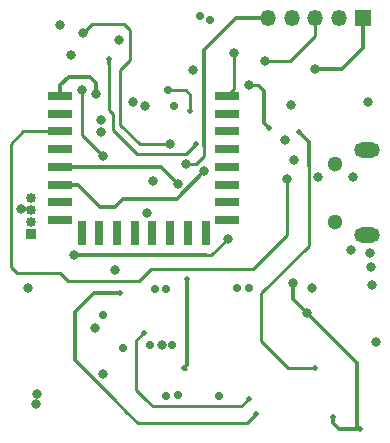
<source format=gbr>
%TF.GenerationSoftware,KiCad,Pcbnew,5.1.9-73d0e3b20d~88~ubuntu20.04.1*%
%TF.CreationDate,2021-02-04T03:58:01+01:00*%
%TF.ProjectId,MorphWatch-STM32,4d6f7270-6857-4617-9463-682d53544d33,rev?*%
%TF.SameCoordinates,Original*%
%TF.FileFunction,Copper,L4,Bot*%
%TF.FilePolarity,Positive*%
%FSLAX46Y46*%
G04 Gerber Fmt 4.6, Leading zero omitted, Abs format (unit mm)*
G04 Created by KiCad (PCBNEW 5.1.9-73d0e3b20d~88~ubuntu20.04.1) date 2021-02-04 03:58:01*
%MOMM*%
%LPD*%
G01*
G04 APERTURE LIST*
%TA.AperFunction,ComponentPad*%
%ADD10O,0.850000X0.850000*%
%TD*%
%TA.AperFunction,ComponentPad*%
%ADD11R,0.850000X0.850000*%
%TD*%
%TA.AperFunction,ComponentPad*%
%ADD12O,1.350000X1.350000*%
%TD*%
%TA.AperFunction,ComponentPad*%
%ADD13R,1.350000X1.350000*%
%TD*%
%TA.AperFunction,ComponentPad*%
%ADD14O,2.200000X1.300000*%
%TD*%
%TA.AperFunction,ComponentPad*%
%ADD15C,1.300000*%
%TD*%
%TA.AperFunction,SMDPad,CuDef*%
%ADD16R,0.800000X2.000000*%
%TD*%
%TA.AperFunction,SMDPad,CuDef*%
%ADD17R,2.000000X0.800000*%
%TD*%
%TA.AperFunction,ViaPad*%
%ADD18C,0.800000*%
%TD*%
%TA.AperFunction,ViaPad*%
%ADD19C,0.700000*%
%TD*%
%TA.AperFunction,ViaPad*%
%ADD20C,0.500000*%
%TD*%
%TA.AperFunction,Conductor*%
%ADD21C,0.300000*%
%TD*%
%TA.AperFunction,Conductor*%
%ADD22C,0.250000*%
%TD*%
G04 APERTURE END LIST*
D10*
%TO.P,J3,4*%
%TO.N,+3V3*%
X121539000Y-84249000D03*
%TO.P,J3,3*%
%TO.N,GND*%
X121539000Y-85249000D03*
%TO.P,J3,2*%
%TO.N,EXTSENSCL*%
X121539000Y-86249000D03*
D11*
%TO.P,J3,1*%
%TO.N,EXTSENSDA*%
X121539000Y-87249000D03*
%TD*%
D12*
%TO.P,J5,5*%
%TO.N,NRST*%
X141606000Y-69024500D03*
%TO.P,J5,4*%
%TO.N,GND*%
X143606000Y-69024500D03*
%TO.P,J5,3*%
%TO.N,TraceSWO*%
X145606000Y-69024500D03*
%TO.P,J5,2*%
%TO.N,SWCLK*%
X147606000Y-69024500D03*
D13*
%TO.P,J5,1*%
%TO.N,swdebug*%
X149606000Y-69024500D03*
%TD*%
D14*
%TO.P,J1,7*%
%TO.N,N/C*%
X149982000Y-80190000D03*
%TO.P,J1,8*%
X149982000Y-87390000D03*
D15*
%TO.P,J1,9*%
X147312000Y-86215000D03*
%TO.P,J1,6*%
X147312000Y-81365000D03*
%TD*%
D16*
%TO.P,U3,16*%
%TO.N,N/C*%
X125814000Y-87187500D03*
%TO.P,U3,15*%
X127314000Y-87187500D03*
%TO.P,U3,14*%
X128814000Y-87187500D03*
%TO.P,U3,13*%
X130314000Y-87187500D03*
%TO.P,U3,12*%
X131814000Y-87187500D03*
%TO.P,U3,11*%
X133314000Y-87187500D03*
%TO.P,U3,10*%
X134814000Y-87187500D03*
D17*
%TO.P,U3,8*%
X138134000Y-86087500D03*
%TO.P,U3,17*%
X123994000Y-86087500D03*
%TO.P,U3,18*%
X123994000Y-84587500D03*
%TO.P,U3,7*%
X138134000Y-84587500D03*
%TO.P,U3,6*%
X138134000Y-83087500D03*
%TO.P,U3,19*%
%TO.N,TXD*%
X123994000Y-83087500D03*
%TO.P,U3,20*%
%TO.N,RXD*%
X123994000Y-81587500D03*
%TO.P,U3,5*%
%TO.N,N/C*%
X138134000Y-81587500D03*
%TO.P,U3,4*%
X138134000Y-80087500D03*
%TO.P,U3,21*%
X123994000Y-80087500D03*
%TO.P,U3,22*%
%TO.N,Wakeup*%
X123994000Y-78587500D03*
%TO.P,U3,3*%
%TO.N,N/C*%
X138134000Y-78587500D03*
%TO.P,U3,2*%
X138134000Y-77087500D03*
%TO.P,U3,23*%
X123994000Y-77087500D03*
%TO.P,U3,24*%
%TO.N,GND*%
X123994000Y-75587500D03*
D16*
%TO.P,U3,9*%
%TO.N,N/C*%
X136314000Y-87187500D03*
D17*
%TO.P,U3,1*%
%TO.N,+3V3*%
X138134000Y-75587500D03*
%TD*%
D18*
%TO.N,*%
X150050500Y-76136500D03*
%TO.N,GND*%
X143562000Y-76390500D03*
X143764000Y-81026000D03*
X148780500Y-82486500D03*
X145859500Y-82486500D03*
X148590000Y-88646000D03*
X145351500Y-91884500D03*
X150749000Y-96393000D03*
D19*
X137477500Y-100965000D03*
X132969000Y-100965000D03*
X132016500Y-91948000D03*
X139001500Y-91884500D03*
D18*
X131381500Y-85534500D03*
X135255000Y-73406000D03*
X127000000Y-75438000D03*
X120713500Y-85153500D03*
X128651000Y-90297000D03*
D19*
X133477000Y-96647000D03*
X131635500Y-96647000D03*
D18*
X127635000Y-99123500D03*
D19*
X129286000Y-96964500D03*
X127635000Y-94170500D03*
D18*
X126936500Y-95250000D03*
X132588000Y-96647000D03*
D19*
X135826500Y-68834000D03*
D18*
X124878500Y-72098500D03*
X130175000Y-76073000D03*
D19*
X133667500Y-76454000D03*
D18*
%TO.N,+3V3*%
X127444500Y-77660500D03*
X131191000Y-76454000D03*
X150368000Y-91567000D03*
X150241000Y-88900000D03*
X150284500Y-90086500D03*
D19*
X133985000Y-100901500D03*
X132969000Y-91948000D03*
X140017500Y-91821000D03*
D18*
X123952000Y-69596000D03*
X128968500Y-70866000D03*
D19*
X136715500Y-69151500D03*
D18*
X138747500Y-71945500D03*
X143002000Y-79311500D03*
X121285000Y-91821000D03*
X127431500Y-78676500D03*
X122047000Y-100838000D03*
X121983500Y-101663500D03*
D20*
%TO.N,VBUS*%
X147066000Y-102806500D03*
X149352000Y-103822500D03*
D18*
X143700500Y-91440000D03*
X144875250Y-93980000D03*
D20*
%TO.N,MOSI*%
X134747000Y-91084400D03*
X134493000Y-98615500D03*
%TO.N,RESE*%
X131064000Y-95631000D03*
X139954000Y-101219000D03*
%TO.N,GDR*%
X129044458Y-92279168D03*
X140589000Y-102489000D03*
%TO.N,+BATT*%
X145605500Y-98615500D03*
X144208500Y-78676500D03*
D18*
%TO.N,Net-(JP1-Pad2)*%
X125970500Y-70217500D03*
X133286500Y-79692500D03*
%TO.N,BATT_STAT*%
X139954000Y-74676000D03*
D20*
X141668500Y-78295500D03*
%TO.N,imuSCL*%
X135001000Y-76835000D03*
D19*
X133159500Y-75120500D03*
D18*
%TO.N,BUT1*%
X125158500Y-89090500D03*
X138176000Y-87693500D03*
%TO.N,BUT2*%
X125857000Y-75120500D03*
X127635000Y-80645000D03*
D20*
%TO.N,INT*%
X135509000Y-79629000D03*
X128143000Y-72453500D03*
D18*
%TO.N,Wakeup*%
X143225490Y-82646490D03*
%TO.N,TXD*%
X136207500Y-81978500D03*
%TO.N,RXD*%
X133985000Y-83058000D03*
%TO.N,swdebug*%
X145605500Y-73279000D03*
%TO.N,TraceSWO*%
X141351000Y-72644000D03*
%TO.N,NRST*%
X131822337Y-82790264D03*
X134682502Y-81343500D03*
%TD*%
D21*
%TO.N,GND*%
X123994000Y-75587500D02*
X123994000Y-74697500D01*
X123994000Y-74697500D02*
X124714000Y-73977500D01*
X124714000Y-73977500D02*
X126492000Y-73977500D01*
X126492000Y-73977500D02*
X127000000Y-74485500D01*
X127000000Y-74485500D02*
X127000000Y-75438000D01*
X121443500Y-85153500D02*
X121539000Y-85249000D01*
X120713500Y-85153500D02*
X121443500Y-85153500D01*
D22*
%TO.N,+3V3*%
X138747500Y-74974000D02*
X138134000Y-75587500D01*
X138747500Y-71945500D02*
X138747500Y-74974000D01*
D21*
%TO.N,VBUS*%
X147066000Y-102806500D02*
X147066000Y-103251000D01*
X147066000Y-103251000D02*
X147637500Y-103822500D01*
X147637500Y-103822500D02*
X149352000Y-103822500D01*
X143700500Y-92805250D02*
X144875250Y-93980000D01*
X143700500Y-91440000D02*
X143700500Y-92805250D01*
X144875250Y-93980000D02*
X149129750Y-98234500D01*
X149129750Y-103600250D02*
X149352000Y-103822500D01*
X149129750Y-98234500D02*
X149129750Y-103600250D01*
D22*
%TO.N,MOSI*%
X134493000Y-98679000D02*
X134620000Y-98679000D01*
D21*
X134747000Y-98361500D02*
X134493000Y-98615500D01*
X134747000Y-91084400D02*
X134747000Y-98361500D01*
D22*
%TO.N,RESE*%
X131826000Y-101854000D02*
X139319000Y-101854000D01*
X139319000Y-101854000D02*
X139954000Y-101219000D01*
X130429000Y-96266000D02*
X130429000Y-100457000D01*
X130429000Y-100457000D02*
X131191000Y-101219000D01*
X131064000Y-95631000D02*
X130429000Y-96266000D01*
X131191000Y-101219000D02*
X131826000Y-101854000D01*
X131064000Y-101092000D02*
X131191000Y-101219000D01*
%TO.N,GDR*%
X139827000Y-103251000D02*
X140589000Y-102489000D01*
X129609009Y-102304009D02*
X130556000Y-103251000D01*
X128524000Y-101219000D02*
X129609009Y-102304009D01*
X130556000Y-103251000D02*
X139827000Y-103251000D01*
D21*
X126873000Y-99568000D02*
X128524000Y-101219000D01*
X129044458Y-92279168D02*
X126859332Y-92279168D01*
X126859332Y-92279168D02*
X125222000Y-93916500D01*
X125222000Y-97917000D02*
X126873000Y-99568000D01*
X125222000Y-93916500D02*
X125222000Y-97917000D01*
D22*
%TO.N,+BATT*%
X143319500Y-98615500D02*
X145605500Y-98615500D01*
X141033500Y-96329500D02*
X143319500Y-98615500D01*
X141033500Y-92265500D02*
X141033500Y-96329500D01*
X145034000Y-88265000D02*
X141033500Y-92265500D01*
X145034000Y-81534000D02*
X145034000Y-88265000D01*
D21*
X145034000Y-79502000D02*
X145034000Y-79692500D01*
X144208500Y-78676500D02*
X145034000Y-79502000D01*
X145034000Y-81534000D02*
X145034000Y-79692500D01*
D22*
%TO.N,Net-(JP1-Pad2)*%
X130746500Y-79692500D02*
X133286500Y-79692500D01*
X129921000Y-72580500D02*
X129095500Y-73406000D01*
X129095500Y-78041500D02*
X130746500Y-79692500D01*
X129921000Y-69977000D02*
X129921000Y-72580500D01*
X129095500Y-73406000D02*
X129095500Y-78041500D01*
X129413000Y-69469000D02*
X129921000Y-69977000D01*
X126719000Y-69469000D02*
X129413000Y-69469000D01*
X125970500Y-70217500D02*
X126719000Y-69469000D01*
%TO.N,BATT_STAT*%
X139954000Y-74676000D02*
X140779500Y-74676000D01*
X140779500Y-74676000D02*
X141287500Y-75184000D01*
D21*
X141287500Y-77914500D02*
X141668500Y-78295500D01*
X141287500Y-75184000D02*
X141287500Y-77914500D01*
D22*
%TO.N,imuSCL*%
X133159500Y-75120500D02*
X134620000Y-75120500D01*
X135001000Y-75501500D02*
X135001000Y-76835000D01*
X134620000Y-75120500D02*
X135001000Y-75501500D01*
%TO.N,BUT1*%
X136334500Y-89090500D02*
X136779000Y-89090500D01*
X136779000Y-89090500D02*
X138176000Y-87693500D01*
D21*
X136334500Y-89090500D02*
X125158500Y-89090500D01*
D22*
%TO.N,BUT2*%
X125857000Y-75120500D02*
X125857000Y-78867000D01*
X125857000Y-78867000D02*
X127635000Y-80645000D01*
D21*
%TO.N,INT*%
X128143000Y-72898000D02*
X128143000Y-72453500D01*
D22*
X134620000Y-80518000D02*
X135509000Y-79629000D01*
X130492500Y-80518000D02*
X134620000Y-80518000D01*
X128460500Y-78486000D02*
X130492500Y-80518000D01*
X128460500Y-77089000D02*
X128460500Y-78486000D01*
X128143000Y-76771500D02*
X128460500Y-77089000D01*
X128143000Y-72898000D02*
X128143000Y-76771500D01*
%TO.N,Wakeup*%
X143225490Y-87343010D02*
X143225490Y-82646490D01*
X140716000Y-89852500D02*
X143225490Y-87343010D01*
X140462000Y-90106500D02*
X140716000Y-89852500D01*
X130683000Y-91249500D02*
X131699000Y-90233500D01*
X124650500Y-91249500D02*
X130683000Y-91249500D01*
X123952000Y-90551000D02*
X124650500Y-91249500D01*
X140335000Y-90233500D02*
X140716000Y-89852500D01*
X120332500Y-90551000D02*
X123952000Y-90551000D01*
X131699000Y-90233500D02*
X140335000Y-90233500D01*
X119821001Y-90039501D02*
X120332500Y-90551000D01*
X119821001Y-79632499D02*
X119821001Y-90039501D01*
X120866000Y-78587500D02*
X119821001Y-79632499D01*
X123994000Y-78587500D02*
X120866000Y-78587500D01*
D21*
%TO.N,TXD*%
X125505500Y-83087500D02*
X123994000Y-83087500D01*
X127381000Y-84963000D02*
X125505500Y-83087500D01*
X136207500Y-81978500D02*
X133889750Y-84296250D01*
X133889750Y-84296250D02*
X129317750Y-84296250D01*
X128651000Y-84963000D02*
X127381000Y-84963000D01*
X129317750Y-84296250D02*
X128651000Y-84963000D01*
%TO.N,RXD*%
X123994000Y-81587500D02*
X132514500Y-81587500D01*
X132514500Y-81587500D02*
X133985000Y-83058000D01*
%TO.N,swdebug*%
X149606000Y-69024500D02*
X149606000Y-71501000D01*
X147828000Y-73279000D02*
X145605500Y-73279000D01*
X149606000Y-71501000D02*
X147828000Y-73279000D01*
D22*
%TO.N,TraceSWO*%
X145606000Y-69024500D02*
X145606000Y-70484500D01*
X145606000Y-70484500D02*
X143446500Y-72644000D01*
X143446500Y-72644000D02*
X141795500Y-72644000D01*
X141795500Y-72644000D02*
X141351000Y-72644000D01*
D21*
%TO.N,NRST*%
X141606000Y-69024500D02*
X138874500Y-69024500D01*
X138874500Y-69024500D02*
X136207500Y-71691500D01*
D22*
X136207500Y-79565500D02*
X136207500Y-80645000D01*
D21*
X136207500Y-71691500D02*
X136207500Y-79565500D01*
X136207500Y-79565500D02*
X136207500Y-79818502D01*
D22*
X135509000Y-81343500D02*
X134682502Y-81343500D01*
X136207500Y-80645000D02*
X135509000Y-81343500D01*
%TD*%
M02*

</source>
